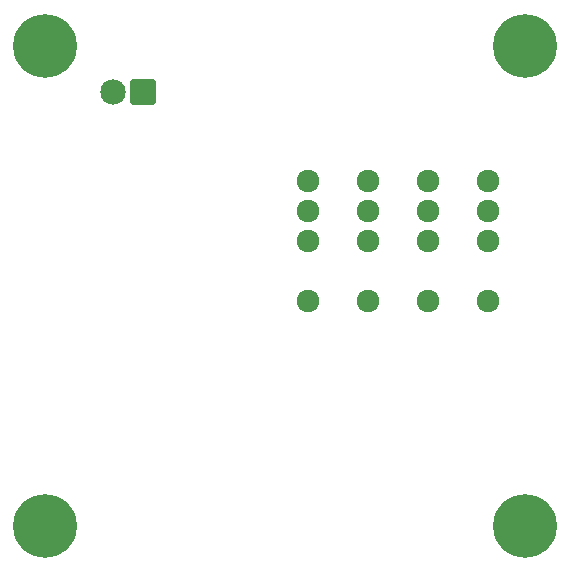
<source format=gbr>
%TF.GenerationSoftware,KiCad,Pcbnew,(5.1.10)-1*%
%TF.CreationDate,2021-09-10T16:42:04-04:00*%
%TF.ProjectId,Z_Brake,5a5f4272-616b-4652-9e6b-696361645f70,rev?*%
%TF.SameCoordinates,Original*%
%TF.FileFunction,Soldermask,Bot*%
%TF.FilePolarity,Negative*%
%FSLAX46Y46*%
G04 Gerber Fmt 4.6, Leading zero omitted, Abs format (unit mm)*
G04 Created by KiCad (PCBNEW (5.1.10)-1) date 2021-09-10 16:42:04*
%MOMM*%
%LPD*%
G01*
G04 APERTURE LIST*
%ADD10C,1.924000*%
%ADD11C,5.400000*%
%ADD12C,2.155000*%
G04 APERTURE END LIST*
D10*
%TO.C,K1*%
X91440000Y-96520000D03*
X91440000Y-93980000D03*
X91440000Y-91440000D03*
X91440000Y-101600000D03*
X96520000Y-101600000D03*
X96520000Y-96520000D03*
X96520000Y-93980000D03*
X96520000Y-91440000D03*
%TD*%
%TO.C,K2*%
X86360000Y-91440000D03*
X86360000Y-93980000D03*
X86360000Y-96520000D03*
X86360000Y-101600000D03*
X81280000Y-101600000D03*
X81280000Y-91440000D03*
X81280000Y-93980000D03*
X81280000Y-96520000D03*
%TD*%
D11*
%TO.C,MH1*%
X59055000Y-80010000D03*
%TD*%
%TO.C,MH2*%
X99695000Y-80010000D03*
%TD*%
%TO.C,MH3*%
X59055000Y-120650000D03*
%TD*%
%TO.C,MH4*%
X99695000Y-120650000D03*
%TD*%
%TO.C,P2*%
G36*
G01*
X66232500Y-84822500D02*
X66232500Y-83067500D01*
G75*
G02*
X66432500Y-82867500I200000J0D01*
G01*
X68187500Y-82867500D01*
G75*
G02*
X68387500Y-83067500I0J-200000D01*
G01*
X68387500Y-84822500D01*
G75*
G02*
X68187500Y-85022500I-200000J0D01*
G01*
X66432500Y-85022500D01*
G75*
G02*
X66232500Y-84822500I0J200000D01*
G01*
G37*
D12*
X64770000Y-83945000D03*
%TD*%
M02*

</source>
